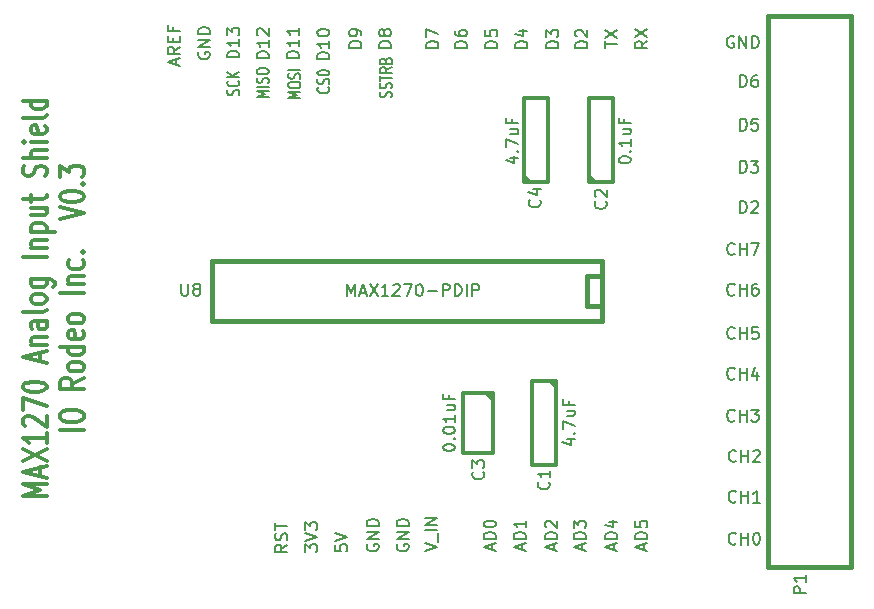
<source format=gto>
G04 (created by PCBNEW (2013-jul-07)-stable) date Thu 21 Dec 2017 03:26:52 PM PST*
%MOIN*%
G04 Gerber Fmt 3.4, Leading zero omitted, Abs format*
%FSLAX34Y34*%
G01*
G70*
G90*
G04 APERTURE LIST*
%ADD10C,0.00590551*%
%ADD11C,0.006*%
%ADD12C,0.012*%
%ADD13C,0.015*%
%ADD14C,0.008*%
G04 APERTURE END LIST*
G54D10*
G54D11*
X61871Y-34045D02*
X61471Y-34045D01*
X61471Y-33949D01*
X61490Y-33892D01*
X61529Y-33854D01*
X61567Y-33835D01*
X61643Y-33816D01*
X61700Y-33816D01*
X61776Y-33835D01*
X61814Y-33854D01*
X61852Y-33892D01*
X61871Y-33949D01*
X61871Y-34045D01*
X61643Y-33588D02*
X61624Y-33626D01*
X61605Y-33645D01*
X61567Y-33664D01*
X61548Y-33664D01*
X61510Y-33645D01*
X61490Y-33626D01*
X61471Y-33588D01*
X61471Y-33511D01*
X61490Y-33473D01*
X61510Y-33454D01*
X61548Y-33435D01*
X61567Y-33435D01*
X61605Y-33454D01*
X61624Y-33473D01*
X61643Y-33511D01*
X61643Y-33588D01*
X61662Y-33626D01*
X61681Y-33645D01*
X61719Y-33664D01*
X61795Y-33664D01*
X61833Y-33645D01*
X61852Y-33626D01*
X61871Y-33588D01*
X61871Y-33511D01*
X61852Y-33473D01*
X61833Y-33454D01*
X61795Y-33435D01*
X61719Y-33435D01*
X61681Y-33454D01*
X61662Y-33473D01*
X61643Y-33511D01*
X60881Y-34045D02*
X60481Y-34045D01*
X60481Y-33949D01*
X60500Y-33892D01*
X60539Y-33854D01*
X60577Y-33835D01*
X60653Y-33816D01*
X60710Y-33816D01*
X60786Y-33835D01*
X60824Y-33854D01*
X60862Y-33892D01*
X60881Y-33949D01*
X60881Y-34045D01*
X60881Y-33626D02*
X60881Y-33549D01*
X60862Y-33511D01*
X60843Y-33492D01*
X60786Y-33454D01*
X60710Y-33435D01*
X60558Y-33435D01*
X60520Y-33454D01*
X60500Y-33473D01*
X60481Y-33511D01*
X60481Y-33588D01*
X60500Y-33626D01*
X60520Y-33645D01*
X60558Y-33664D01*
X60653Y-33664D01*
X60691Y-33645D01*
X60710Y-33626D01*
X60729Y-33588D01*
X60729Y-33511D01*
X60710Y-33473D01*
X60691Y-33454D01*
X60653Y-33435D01*
X59811Y-34425D02*
X59411Y-34425D01*
X59411Y-34330D01*
X59430Y-34273D01*
X59469Y-34235D01*
X59507Y-34216D01*
X59583Y-34197D01*
X59640Y-34197D01*
X59716Y-34216D01*
X59754Y-34235D01*
X59792Y-34273D01*
X59811Y-34330D01*
X59811Y-34425D01*
X59811Y-33816D02*
X59811Y-34044D01*
X59811Y-33930D02*
X59411Y-33930D01*
X59469Y-33968D01*
X59507Y-34006D01*
X59526Y-34044D01*
X59411Y-33568D02*
X59411Y-33530D01*
X59430Y-33492D01*
X59450Y-33473D01*
X59488Y-33454D01*
X59564Y-33435D01*
X59659Y-33435D01*
X59735Y-33454D01*
X59773Y-33473D01*
X59792Y-33492D01*
X59811Y-33530D01*
X59811Y-33568D01*
X59792Y-33606D01*
X59773Y-33625D01*
X59735Y-33644D01*
X59659Y-33663D01*
X59564Y-33663D01*
X59488Y-33644D01*
X59450Y-33625D01*
X59430Y-33606D01*
X59411Y-33568D01*
X58801Y-34385D02*
X58401Y-34385D01*
X58401Y-34290D01*
X58420Y-34233D01*
X58459Y-34195D01*
X58497Y-34176D01*
X58573Y-34157D01*
X58630Y-34157D01*
X58706Y-34176D01*
X58744Y-34195D01*
X58782Y-34233D01*
X58801Y-34290D01*
X58801Y-34385D01*
X58801Y-33776D02*
X58801Y-34004D01*
X58801Y-33890D02*
X58401Y-33890D01*
X58459Y-33928D01*
X58497Y-33966D01*
X58516Y-34004D01*
X58801Y-33395D02*
X58801Y-33623D01*
X58801Y-33509D02*
X58401Y-33509D01*
X58459Y-33547D01*
X58497Y-33585D01*
X58516Y-33623D01*
X57801Y-34395D02*
X57401Y-34395D01*
X57401Y-34300D01*
X57420Y-34243D01*
X57459Y-34205D01*
X57497Y-34186D01*
X57573Y-34167D01*
X57630Y-34167D01*
X57706Y-34186D01*
X57744Y-34205D01*
X57782Y-34243D01*
X57801Y-34300D01*
X57801Y-34395D01*
X57801Y-33786D02*
X57801Y-34014D01*
X57801Y-33900D02*
X57401Y-33900D01*
X57459Y-33938D01*
X57497Y-33976D01*
X57516Y-34014D01*
X57440Y-33633D02*
X57420Y-33614D01*
X57401Y-33576D01*
X57401Y-33481D01*
X57420Y-33443D01*
X57440Y-33424D01*
X57478Y-33405D01*
X57516Y-33405D01*
X57573Y-33424D01*
X57801Y-33652D01*
X57801Y-33405D01*
X56811Y-34375D02*
X56411Y-34375D01*
X56411Y-34280D01*
X56430Y-34223D01*
X56469Y-34185D01*
X56507Y-34166D01*
X56583Y-34147D01*
X56640Y-34147D01*
X56716Y-34166D01*
X56754Y-34185D01*
X56792Y-34223D01*
X56811Y-34280D01*
X56811Y-34375D01*
X56811Y-33766D02*
X56811Y-33994D01*
X56811Y-33880D02*
X56411Y-33880D01*
X56469Y-33918D01*
X56507Y-33956D01*
X56526Y-33994D01*
X56411Y-33632D02*
X56411Y-33385D01*
X56564Y-33518D01*
X56564Y-33461D01*
X56583Y-33423D01*
X56602Y-33404D01*
X56640Y-33385D01*
X56735Y-33385D01*
X56773Y-33404D01*
X56792Y-33423D01*
X56811Y-33461D01*
X56811Y-33575D01*
X56792Y-33613D01*
X56773Y-33632D01*
X70421Y-33826D02*
X70231Y-33959D01*
X70421Y-34055D02*
X70021Y-34055D01*
X70021Y-33902D01*
X70040Y-33864D01*
X70060Y-33845D01*
X70098Y-33826D01*
X70155Y-33826D01*
X70193Y-33845D01*
X70212Y-33864D01*
X70231Y-33902D01*
X70231Y-34055D01*
X70021Y-33693D02*
X70421Y-33426D01*
X70021Y-33426D02*
X70421Y-33693D01*
X69021Y-34054D02*
X69021Y-33826D01*
X69421Y-33940D02*
X69021Y-33940D01*
X69021Y-33730D02*
X69421Y-33464D01*
X69021Y-33464D02*
X69421Y-33730D01*
X66421Y-34055D02*
X66021Y-34055D01*
X66021Y-33959D01*
X66040Y-33902D01*
X66079Y-33864D01*
X66117Y-33845D01*
X66193Y-33826D01*
X66250Y-33826D01*
X66326Y-33845D01*
X66364Y-33864D01*
X66402Y-33902D01*
X66421Y-33959D01*
X66421Y-34055D01*
X66155Y-33483D02*
X66421Y-33483D01*
X66002Y-33579D02*
X66288Y-33674D01*
X66288Y-33426D01*
X63451Y-34055D02*
X63051Y-34055D01*
X63051Y-33959D01*
X63070Y-33902D01*
X63109Y-33864D01*
X63147Y-33845D01*
X63223Y-33826D01*
X63280Y-33826D01*
X63356Y-33845D01*
X63394Y-33864D01*
X63432Y-33902D01*
X63451Y-33959D01*
X63451Y-34055D01*
X63051Y-33693D02*
X63051Y-33426D01*
X63451Y-33598D01*
G54D12*
X50393Y-48985D02*
X49593Y-48985D01*
X50165Y-48785D01*
X49593Y-48585D01*
X50393Y-48585D01*
X50165Y-48328D02*
X50165Y-48042D01*
X50393Y-48385D02*
X49593Y-48185D01*
X50393Y-47985D01*
X49593Y-47842D02*
X50393Y-47442D01*
X49593Y-47442D02*
X50393Y-47842D01*
X50393Y-46900D02*
X50393Y-47242D01*
X50393Y-47071D02*
X49593Y-47071D01*
X49708Y-47128D01*
X49784Y-47185D01*
X49822Y-47242D01*
X49670Y-46671D02*
X49631Y-46642D01*
X49593Y-46585D01*
X49593Y-46442D01*
X49631Y-46385D01*
X49670Y-46357D01*
X49746Y-46328D01*
X49822Y-46328D01*
X49936Y-46357D01*
X50393Y-46700D01*
X50393Y-46328D01*
X49593Y-46128D02*
X49593Y-45728D01*
X50393Y-45985D01*
X49593Y-45385D02*
X49593Y-45328D01*
X49631Y-45271D01*
X49670Y-45242D01*
X49746Y-45214D01*
X49898Y-45185D01*
X50089Y-45185D01*
X50241Y-45214D01*
X50317Y-45242D01*
X50355Y-45271D01*
X50393Y-45328D01*
X50393Y-45385D01*
X50355Y-45442D01*
X50317Y-45471D01*
X50241Y-45499D01*
X50089Y-45528D01*
X49898Y-45528D01*
X49746Y-45499D01*
X49670Y-45471D01*
X49631Y-45442D01*
X49593Y-45385D01*
X50165Y-44499D02*
X50165Y-44214D01*
X50393Y-44557D02*
X49593Y-44357D01*
X50393Y-44157D01*
X49860Y-43957D02*
X50393Y-43957D01*
X49936Y-43957D02*
X49898Y-43928D01*
X49860Y-43871D01*
X49860Y-43785D01*
X49898Y-43728D01*
X49974Y-43699D01*
X50393Y-43699D01*
X50393Y-43157D02*
X49974Y-43157D01*
X49898Y-43185D01*
X49860Y-43242D01*
X49860Y-43357D01*
X49898Y-43414D01*
X50355Y-43157D02*
X50393Y-43214D01*
X50393Y-43357D01*
X50355Y-43414D01*
X50279Y-43442D01*
X50203Y-43442D01*
X50127Y-43414D01*
X50089Y-43357D01*
X50089Y-43214D01*
X50050Y-43157D01*
X50393Y-42785D02*
X50355Y-42842D01*
X50279Y-42871D01*
X49593Y-42871D01*
X50393Y-42471D02*
X50355Y-42528D01*
X50317Y-42557D01*
X50241Y-42585D01*
X50012Y-42585D01*
X49936Y-42557D01*
X49898Y-42528D01*
X49860Y-42471D01*
X49860Y-42385D01*
X49898Y-42328D01*
X49936Y-42299D01*
X50012Y-42271D01*
X50241Y-42271D01*
X50317Y-42299D01*
X50355Y-42328D01*
X50393Y-42385D01*
X50393Y-42471D01*
X49860Y-41757D02*
X50508Y-41757D01*
X50584Y-41785D01*
X50622Y-41814D01*
X50660Y-41871D01*
X50660Y-41957D01*
X50622Y-42014D01*
X50355Y-41757D02*
X50393Y-41814D01*
X50393Y-41928D01*
X50355Y-41985D01*
X50317Y-42014D01*
X50241Y-42042D01*
X50012Y-42042D01*
X49936Y-42014D01*
X49898Y-41985D01*
X49860Y-41928D01*
X49860Y-41814D01*
X49898Y-41757D01*
X50393Y-41014D02*
X49593Y-41014D01*
X49860Y-40728D02*
X50393Y-40728D01*
X49936Y-40728D02*
X49898Y-40699D01*
X49860Y-40642D01*
X49860Y-40557D01*
X49898Y-40499D01*
X49974Y-40471D01*
X50393Y-40471D01*
X49860Y-40185D02*
X50660Y-40185D01*
X49898Y-40185D02*
X49860Y-40128D01*
X49860Y-40014D01*
X49898Y-39957D01*
X49936Y-39928D01*
X50012Y-39899D01*
X50241Y-39899D01*
X50317Y-39928D01*
X50355Y-39957D01*
X50393Y-40014D01*
X50393Y-40128D01*
X50355Y-40185D01*
X49860Y-39385D02*
X50393Y-39385D01*
X49860Y-39642D02*
X50279Y-39642D01*
X50355Y-39614D01*
X50393Y-39557D01*
X50393Y-39471D01*
X50355Y-39414D01*
X50317Y-39385D01*
X49860Y-39185D02*
X49860Y-38957D01*
X49593Y-39099D02*
X50279Y-39099D01*
X50355Y-39071D01*
X50393Y-39014D01*
X50393Y-38957D01*
X50355Y-38328D02*
X50393Y-38242D01*
X50393Y-38099D01*
X50355Y-38042D01*
X50317Y-38014D01*
X50241Y-37985D01*
X50165Y-37985D01*
X50089Y-38014D01*
X50050Y-38042D01*
X50012Y-38099D01*
X49974Y-38214D01*
X49936Y-38271D01*
X49898Y-38299D01*
X49822Y-38328D01*
X49746Y-38328D01*
X49670Y-38299D01*
X49631Y-38271D01*
X49593Y-38214D01*
X49593Y-38071D01*
X49631Y-37985D01*
X50393Y-37728D02*
X49593Y-37728D01*
X50393Y-37471D02*
X49974Y-37471D01*
X49898Y-37499D01*
X49860Y-37557D01*
X49860Y-37642D01*
X49898Y-37699D01*
X49936Y-37728D01*
X50393Y-37185D02*
X49860Y-37185D01*
X49593Y-37185D02*
X49631Y-37214D01*
X49670Y-37185D01*
X49631Y-37157D01*
X49593Y-37185D01*
X49670Y-37185D01*
X50355Y-36671D02*
X50393Y-36728D01*
X50393Y-36842D01*
X50355Y-36899D01*
X50279Y-36928D01*
X49974Y-36928D01*
X49898Y-36899D01*
X49860Y-36842D01*
X49860Y-36728D01*
X49898Y-36671D01*
X49974Y-36642D01*
X50050Y-36642D01*
X50127Y-36928D01*
X50393Y-36299D02*
X50355Y-36357D01*
X50279Y-36385D01*
X49593Y-36385D01*
X50393Y-35814D02*
X49593Y-35814D01*
X50355Y-35814D02*
X50393Y-35871D01*
X50393Y-35985D01*
X50355Y-36042D01*
X50317Y-36071D01*
X50241Y-36099D01*
X50012Y-36099D01*
X49936Y-36071D01*
X49898Y-36042D01*
X49860Y-35985D01*
X49860Y-35871D01*
X49898Y-35814D01*
X51633Y-46785D02*
X50833Y-46785D01*
X50833Y-46385D02*
X50833Y-46271D01*
X50871Y-46214D01*
X50948Y-46157D01*
X51100Y-46128D01*
X51367Y-46128D01*
X51519Y-46157D01*
X51595Y-46214D01*
X51633Y-46271D01*
X51633Y-46385D01*
X51595Y-46442D01*
X51519Y-46500D01*
X51367Y-46528D01*
X51100Y-46528D01*
X50948Y-46500D01*
X50871Y-46442D01*
X50833Y-46385D01*
X51633Y-45071D02*
X51252Y-45271D01*
X51633Y-45414D02*
X50833Y-45414D01*
X50833Y-45185D01*
X50871Y-45128D01*
X50910Y-45100D01*
X50986Y-45071D01*
X51100Y-45071D01*
X51176Y-45100D01*
X51214Y-45128D01*
X51252Y-45185D01*
X51252Y-45414D01*
X51633Y-44728D02*
X51595Y-44785D01*
X51557Y-44814D01*
X51481Y-44842D01*
X51252Y-44842D01*
X51176Y-44814D01*
X51138Y-44785D01*
X51100Y-44728D01*
X51100Y-44642D01*
X51138Y-44585D01*
X51176Y-44557D01*
X51252Y-44528D01*
X51481Y-44528D01*
X51557Y-44557D01*
X51595Y-44585D01*
X51633Y-44642D01*
X51633Y-44728D01*
X51633Y-44014D02*
X50833Y-44014D01*
X51595Y-44014D02*
X51633Y-44071D01*
X51633Y-44185D01*
X51595Y-44242D01*
X51557Y-44271D01*
X51481Y-44300D01*
X51252Y-44300D01*
X51176Y-44271D01*
X51138Y-44242D01*
X51100Y-44185D01*
X51100Y-44071D01*
X51138Y-44014D01*
X51595Y-43500D02*
X51633Y-43557D01*
X51633Y-43671D01*
X51595Y-43728D01*
X51519Y-43757D01*
X51214Y-43757D01*
X51138Y-43728D01*
X51100Y-43671D01*
X51100Y-43557D01*
X51138Y-43500D01*
X51214Y-43471D01*
X51290Y-43471D01*
X51367Y-43757D01*
X51633Y-43128D02*
X51595Y-43185D01*
X51557Y-43214D01*
X51481Y-43242D01*
X51252Y-43242D01*
X51176Y-43214D01*
X51138Y-43185D01*
X51100Y-43128D01*
X51100Y-43042D01*
X51138Y-42985D01*
X51176Y-42957D01*
X51252Y-42928D01*
X51481Y-42928D01*
X51557Y-42957D01*
X51595Y-42985D01*
X51633Y-43042D01*
X51633Y-43128D01*
X51633Y-42214D02*
X50833Y-42214D01*
X51100Y-41928D02*
X51633Y-41928D01*
X51176Y-41928D02*
X51138Y-41900D01*
X51100Y-41842D01*
X51100Y-41757D01*
X51138Y-41700D01*
X51214Y-41671D01*
X51633Y-41671D01*
X51595Y-41128D02*
X51633Y-41185D01*
X51633Y-41300D01*
X51595Y-41357D01*
X51557Y-41385D01*
X51481Y-41414D01*
X51252Y-41414D01*
X51176Y-41385D01*
X51138Y-41357D01*
X51100Y-41300D01*
X51100Y-41185D01*
X51138Y-41128D01*
X51557Y-40871D02*
X51595Y-40842D01*
X51633Y-40871D01*
X51595Y-40900D01*
X51557Y-40871D01*
X51633Y-40871D01*
X50833Y-39757D02*
X51633Y-39557D01*
X50833Y-39357D01*
X50833Y-39042D02*
X50833Y-38985D01*
X50871Y-38928D01*
X50910Y-38900D01*
X50986Y-38871D01*
X51138Y-38842D01*
X51329Y-38842D01*
X51481Y-38871D01*
X51557Y-38900D01*
X51595Y-38928D01*
X51633Y-38985D01*
X51633Y-39042D01*
X51595Y-39100D01*
X51557Y-39128D01*
X51481Y-39157D01*
X51329Y-39185D01*
X51138Y-39185D01*
X50986Y-39157D01*
X50910Y-39128D01*
X50871Y-39100D01*
X50833Y-39042D01*
X51557Y-38585D02*
X51595Y-38557D01*
X51633Y-38585D01*
X51595Y-38614D01*
X51557Y-38585D01*
X51633Y-38585D01*
X50833Y-38357D02*
X50833Y-37985D01*
X51138Y-38185D01*
X51138Y-38100D01*
X51176Y-38042D01*
X51214Y-38014D01*
X51290Y-37985D01*
X51481Y-37985D01*
X51557Y-38014D01*
X51595Y-38042D01*
X51633Y-38100D01*
X51633Y-38271D01*
X51595Y-38328D01*
X51557Y-38357D01*
G54D11*
X70297Y-50785D02*
X70297Y-50595D01*
X70411Y-50823D02*
X70011Y-50690D01*
X70411Y-50557D01*
X70411Y-50423D02*
X70011Y-50423D01*
X70011Y-50328D01*
X70030Y-50271D01*
X70069Y-50233D01*
X70107Y-50214D01*
X70183Y-50195D01*
X70240Y-50195D01*
X70316Y-50214D01*
X70354Y-50233D01*
X70392Y-50271D01*
X70411Y-50328D01*
X70411Y-50423D01*
X70011Y-49833D02*
X70011Y-50023D01*
X70202Y-50042D01*
X70183Y-50023D01*
X70164Y-49985D01*
X70164Y-49890D01*
X70183Y-49852D01*
X70202Y-49833D01*
X70240Y-49814D01*
X70335Y-49814D01*
X70373Y-49833D01*
X70392Y-49852D01*
X70411Y-49890D01*
X70411Y-49985D01*
X70392Y-50023D01*
X70373Y-50042D01*
X69297Y-50785D02*
X69297Y-50595D01*
X69411Y-50823D02*
X69011Y-50690D01*
X69411Y-50557D01*
X69411Y-50423D02*
X69011Y-50423D01*
X69011Y-50328D01*
X69030Y-50271D01*
X69069Y-50233D01*
X69107Y-50214D01*
X69183Y-50195D01*
X69240Y-50195D01*
X69316Y-50214D01*
X69354Y-50233D01*
X69392Y-50271D01*
X69411Y-50328D01*
X69411Y-50423D01*
X69145Y-49852D02*
X69411Y-49852D01*
X68992Y-49947D02*
X69278Y-50042D01*
X69278Y-49795D01*
X68247Y-50785D02*
X68247Y-50595D01*
X68361Y-50823D02*
X67961Y-50690D01*
X68361Y-50557D01*
X68361Y-50423D02*
X67961Y-50423D01*
X67961Y-50328D01*
X67980Y-50271D01*
X68019Y-50233D01*
X68057Y-50214D01*
X68133Y-50195D01*
X68190Y-50195D01*
X68266Y-50214D01*
X68304Y-50233D01*
X68342Y-50271D01*
X68361Y-50328D01*
X68361Y-50423D01*
X67961Y-50061D02*
X67961Y-49814D01*
X68114Y-49947D01*
X68114Y-49890D01*
X68133Y-49852D01*
X68152Y-49833D01*
X68190Y-49814D01*
X68285Y-49814D01*
X68323Y-49833D01*
X68342Y-49852D01*
X68361Y-49890D01*
X68361Y-50004D01*
X68342Y-50042D01*
X68323Y-50061D01*
X67297Y-50785D02*
X67297Y-50595D01*
X67411Y-50823D02*
X67011Y-50690D01*
X67411Y-50557D01*
X67411Y-50423D02*
X67011Y-50423D01*
X67011Y-50328D01*
X67030Y-50271D01*
X67069Y-50233D01*
X67107Y-50214D01*
X67183Y-50195D01*
X67240Y-50195D01*
X67316Y-50214D01*
X67354Y-50233D01*
X67392Y-50271D01*
X67411Y-50328D01*
X67411Y-50423D01*
X67050Y-50042D02*
X67030Y-50023D01*
X67011Y-49985D01*
X67011Y-49890D01*
X67030Y-49852D01*
X67050Y-49833D01*
X67088Y-49814D01*
X67126Y-49814D01*
X67183Y-49833D01*
X67411Y-50061D01*
X67411Y-49814D01*
X66247Y-50785D02*
X66247Y-50595D01*
X66361Y-50823D02*
X65961Y-50690D01*
X66361Y-50557D01*
X66361Y-50423D02*
X65961Y-50423D01*
X65961Y-50328D01*
X65980Y-50271D01*
X66019Y-50233D01*
X66057Y-50214D01*
X66133Y-50195D01*
X66190Y-50195D01*
X66266Y-50214D01*
X66304Y-50233D01*
X66342Y-50271D01*
X66361Y-50328D01*
X66361Y-50423D01*
X66361Y-49814D02*
X66361Y-50042D01*
X66361Y-49928D02*
X65961Y-49928D01*
X66019Y-49966D01*
X66057Y-50004D01*
X66076Y-50042D01*
X65247Y-50785D02*
X65247Y-50595D01*
X65361Y-50823D02*
X64961Y-50690D01*
X65361Y-50557D01*
X65361Y-50423D02*
X64961Y-50423D01*
X64961Y-50328D01*
X64980Y-50271D01*
X65019Y-50233D01*
X65057Y-50214D01*
X65133Y-50195D01*
X65190Y-50195D01*
X65266Y-50214D01*
X65304Y-50233D01*
X65342Y-50271D01*
X65361Y-50328D01*
X65361Y-50423D01*
X64961Y-49947D02*
X64961Y-49909D01*
X64980Y-49871D01*
X65000Y-49852D01*
X65038Y-49833D01*
X65114Y-49814D01*
X65209Y-49814D01*
X65285Y-49833D01*
X65323Y-49852D01*
X65342Y-49871D01*
X65361Y-49909D01*
X65361Y-49947D01*
X65342Y-49985D01*
X65323Y-50004D01*
X65285Y-50023D01*
X65209Y-50042D01*
X65114Y-50042D01*
X65038Y-50023D01*
X65000Y-50004D01*
X64980Y-49985D01*
X64961Y-49947D01*
X63011Y-50840D02*
X63411Y-50707D01*
X63011Y-50573D01*
X63450Y-50535D02*
X63450Y-50230D01*
X63411Y-50135D02*
X63011Y-50135D01*
X63411Y-49945D02*
X63011Y-49945D01*
X63411Y-49716D01*
X63011Y-49716D01*
X62080Y-50604D02*
X62061Y-50642D01*
X62061Y-50700D01*
X62080Y-50757D01*
X62119Y-50795D01*
X62157Y-50814D01*
X62233Y-50833D01*
X62290Y-50833D01*
X62366Y-50814D01*
X62404Y-50795D01*
X62442Y-50757D01*
X62461Y-50700D01*
X62461Y-50661D01*
X62442Y-50604D01*
X62423Y-50585D01*
X62290Y-50585D01*
X62290Y-50661D01*
X62461Y-50414D02*
X62061Y-50414D01*
X62461Y-50185D01*
X62061Y-50185D01*
X62461Y-49995D02*
X62061Y-49995D01*
X62061Y-49899D01*
X62080Y-49842D01*
X62119Y-49804D01*
X62157Y-49785D01*
X62233Y-49766D01*
X62290Y-49766D01*
X62366Y-49785D01*
X62404Y-49804D01*
X62442Y-49842D01*
X62461Y-49899D01*
X62461Y-49995D01*
X61080Y-50604D02*
X61061Y-50642D01*
X61061Y-50700D01*
X61080Y-50757D01*
X61119Y-50795D01*
X61157Y-50814D01*
X61233Y-50833D01*
X61290Y-50833D01*
X61366Y-50814D01*
X61404Y-50795D01*
X61442Y-50757D01*
X61461Y-50700D01*
X61461Y-50661D01*
X61442Y-50604D01*
X61423Y-50585D01*
X61290Y-50585D01*
X61290Y-50661D01*
X61461Y-50414D02*
X61061Y-50414D01*
X61461Y-50185D01*
X61061Y-50185D01*
X61461Y-49995D02*
X61061Y-49995D01*
X61061Y-49899D01*
X61080Y-49842D01*
X61119Y-49804D01*
X61157Y-49785D01*
X61233Y-49766D01*
X61290Y-49766D01*
X61366Y-49785D01*
X61404Y-49804D01*
X61442Y-49842D01*
X61461Y-49899D01*
X61461Y-49995D01*
X60011Y-50626D02*
X60011Y-50816D01*
X60202Y-50835D01*
X60183Y-50816D01*
X60164Y-50778D01*
X60164Y-50683D01*
X60183Y-50645D01*
X60202Y-50626D01*
X60240Y-50607D01*
X60335Y-50607D01*
X60373Y-50626D01*
X60392Y-50645D01*
X60411Y-50683D01*
X60411Y-50778D01*
X60392Y-50816D01*
X60373Y-50835D01*
X60011Y-50492D02*
X60411Y-50359D01*
X60011Y-50226D01*
X59011Y-50845D02*
X59011Y-50597D01*
X59164Y-50730D01*
X59164Y-50673D01*
X59183Y-50635D01*
X59202Y-50616D01*
X59240Y-50597D01*
X59335Y-50597D01*
X59373Y-50616D01*
X59392Y-50635D01*
X59411Y-50673D01*
X59411Y-50788D01*
X59392Y-50826D01*
X59373Y-50845D01*
X59011Y-50483D02*
X59411Y-50349D01*
X59011Y-50216D01*
X59011Y-50121D02*
X59011Y-49873D01*
X59164Y-50007D01*
X59164Y-49950D01*
X59183Y-49911D01*
X59202Y-49892D01*
X59240Y-49873D01*
X59335Y-49873D01*
X59373Y-49892D01*
X59392Y-49911D01*
X59411Y-49950D01*
X59411Y-50064D01*
X59392Y-50102D01*
X59373Y-50121D01*
X58411Y-50619D02*
X58221Y-50752D01*
X58411Y-50847D02*
X58011Y-50847D01*
X58011Y-50695D01*
X58030Y-50657D01*
X58050Y-50638D01*
X58088Y-50619D01*
X58145Y-50619D01*
X58183Y-50638D01*
X58202Y-50657D01*
X58221Y-50695D01*
X58221Y-50847D01*
X58392Y-50466D02*
X58411Y-50409D01*
X58411Y-50314D01*
X58392Y-50276D01*
X58373Y-50257D01*
X58335Y-50238D01*
X58297Y-50238D01*
X58259Y-50257D01*
X58240Y-50276D01*
X58221Y-50314D01*
X58202Y-50390D01*
X58183Y-50428D01*
X58164Y-50447D01*
X58126Y-50466D01*
X58088Y-50466D01*
X58050Y-50447D01*
X58030Y-50428D01*
X58011Y-50390D01*
X58011Y-50295D01*
X58030Y-50238D01*
X58011Y-50123D02*
X58011Y-49895D01*
X58411Y-50009D02*
X58011Y-50009D01*
X54717Y-34607D02*
X54717Y-34417D01*
X54831Y-34645D02*
X54431Y-34512D01*
X54831Y-34379D01*
X54831Y-34017D02*
X54641Y-34150D01*
X54831Y-34245D02*
X54431Y-34245D01*
X54431Y-34093D01*
X54450Y-34055D01*
X54470Y-34036D01*
X54508Y-34017D01*
X54565Y-34017D01*
X54603Y-34036D01*
X54622Y-34055D01*
X54641Y-34093D01*
X54641Y-34245D01*
X54622Y-33845D02*
X54622Y-33712D01*
X54831Y-33655D02*
X54831Y-33845D01*
X54431Y-33845D01*
X54431Y-33655D01*
X54622Y-33350D02*
X54622Y-33483D01*
X54831Y-33483D02*
X54431Y-33483D01*
X54431Y-33293D01*
X55460Y-34204D02*
X55441Y-34242D01*
X55441Y-34300D01*
X55460Y-34357D01*
X55499Y-34395D01*
X55537Y-34414D01*
X55613Y-34433D01*
X55670Y-34433D01*
X55746Y-34414D01*
X55784Y-34395D01*
X55822Y-34357D01*
X55841Y-34300D01*
X55841Y-34261D01*
X55822Y-34204D01*
X55803Y-34185D01*
X55670Y-34185D01*
X55670Y-34261D01*
X55841Y-34014D02*
X55441Y-34014D01*
X55841Y-33785D01*
X55441Y-33785D01*
X55841Y-33595D02*
X55441Y-33595D01*
X55441Y-33499D01*
X55460Y-33442D01*
X55499Y-33404D01*
X55537Y-33385D01*
X55613Y-33366D01*
X55670Y-33366D01*
X55746Y-33385D01*
X55784Y-33404D01*
X55822Y-33442D01*
X55841Y-33499D01*
X55841Y-33595D01*
X56792Y-35625D02*
X56811Y-35582D01*
X56811Y-35511D01*
X56792Y-35482D01*
X56773Y-35468D01*
X56735Y-35454D01*
X56697Y-35454D01*
X56659Y-35468D01*
X56640Y-35482D01*
X56621Y-35511D01*
X56602Y-35568D01*
X56583Y-35597D01*
X56564Y-35611D01*
X56526Y-35625D01*
X56488Y-35625D01*
X56450Y-35611D01*
X56430Y-35597D01*
X56411Y-35568D01*
X56411Y-35497D01*
X56430Y-35454D01*
X56773Y-35154D02*
X56792Y-35168D01*
X56811Y-35211D01*
X56811Y-35240D01*
X56792Y-35282D01*
X56754Y-35311D01*
X56716Y-35325D01*
X56640Y-35340D01*
X56583Y-35340D01*
X56507Y-35325D01*
X56469Y-35311D01*
X56430Y-35282D01*
X56411Y-35240D01*
X56411Y-35211D01*
X56430Y-35168D01*
X56450Y-35154D01*
X56811Y-35025D02*
X56411Y-35025D01*
X56811Y-34854D02*
X56583Y-34982D01*
X56411Y-34854D02*
X56640Y-35025D01*
X57791Y-35691D02*
X57391Y-35691D01*
X57677Y-35591D01*
X57391Y-35491D01*
X57791Y-35491D01*
X57791Y-35348D02*
X57391Y-35348D01*
X57772Y-35220D02*
X57791Y-35177D01*
X57791Y-35105D01*
X57772Y-35077D01*
X57753Y-35062D01*
X57715Y-35048D01*
X57677Y-35048D01*
X57639Y-35062D01*
X57620Y-35077D01*
X57601Y-35105D01*
X57582Y-35162D01*
X57563Y-35191D01*
X57544Y-35205D01*
X57506Y-35220D01*
X57468Y-35220D01*
X57430Y-35205D01*
X57410Y-35191D01*
X57391Y-35162D01*
X57391Y-35091D01*
X57410Y-35048D01*
X57391Y-34862D02*
X57391Y-34805D01*
X57410Y-34777D01*
X57449Y-34748D01*
X57525Y-34734D01*
X57658Y-34734D01*
X57734Y-34748D01*
X57772Y-34777D01*
X57791Y-34805D01*
X57791Y-34862D01*
X57772Y-34891D01*
X57734Y-34920D01*
X57658Y-34934D01*
X57525Y-34934D01*
X57449Y-34920D01*
X57410Y-34891D01*
X57391Y-34862D01*
X58851Y-35721D02*
X58451Y-35721D01*
X58737Y-35621D01*
X58451Y-35521D01*
X58851Y-35521D01*
X58451Y-35321D02*
X58451Y-35264D01*
X58470Y-35235D01*
X58509Y-35207D01*
X58585Y-35192D01*
X58718Y-35192D01*
X58794Y-35207D01*
X58832Y-35235D01*
X58851Y-35264D01*
X58851Y-35321D01*
X58832Y-35350D01*
X58794Y-35378D01*
X58718Y-35392D01*
X58585Y-35392D01*
X58509Y-35378D01*
X58470Y-35350D01*
X58451Y-35321D01*
X58832Y-35078D02*
X58851Y-35035D01*
X58851Y-34964D01*
X58832Y-34935D01*
X58813Y-34921D01*
X58775Y-34907D01*
X58737Y-34907D01*
X58699Y-34921D01*
X58680Y-34935D01*
X58661Y-34964D01*
X58642Y-35021D01*
X58623Y-35050D01*
X58604Y-35064D01*
X58566Y-35078D01*
X58528Y-35078D01*
X58490Y-35064D01*
X58470Y-35050D01*
X58451Y-35021D01*
X58451Y-34950D01*
X58470Y-34907D01*
X58851Y-34778D02*
X58451Y-34778D01*
X59783Y-35372D02*
X59802Y-35387D01*
X59821Y-35430D01*
X59821Y-35458D01*
X59802Y-35501D01*
X59764Y-35530D01*
X59726Y-35544D01*
X59650Y-35558D01*
X59593Y-35558D01*
X59517Y-35544D01*
X59479Y-35530D01*
X59440Y-35501D01*
X59421Y-35458D01*
X59421Y-35430D01*
X59440Y-35387D01*
X59460Y-35372D01*
X59802Y-35258D02*
X59821Y-35215D01*
X59821Y-35144D01*
X59802Y-35115D01*
X59783Y-35101D01*
X59745Y-35087D01*
X59707Y-35087D01*
X59669Y-35101D01*
X59650Y-35115D01*
X59631Y-35144D01*
X59612Y-35201D01*
X59593Y-35230D01*
X59574Y-35244D01*
X59536Y-35258D01*
X59498Y-35258D01*
X59460Y-35244D01*
X59440Y-35230D01*
X59421Y-35201D01*
X59421Y-35130D01*
X59440Y-35087D01*
X59421Y-34901D02*
X59421Y-34872D01*
X59440Y-34844D01*
X59460Y-34830D01*
X59498Y-34815D01*
X59574Y-34801D01*
X59669Y-34801D01*
X59745Y-34815D01*
X59783Y-34830D01*
X59802Y-34844D01*
X59821Y-34872D01*
X59821Y-34901D01*
X59802Y-34930D01*
X59783Y-34944D01*
X59745Y-34958D01*
X59669Y-34972D01*
X59574Y-34972D01*
X59498Y-34958D01*
X59460Y-34944D01*
X59440Y-34930D01*
X59421Y-34901D01*
X61882Y-35692D02*
X61901Y-35649D01*
X61901Y-35578D01*
X61882Y-35549D01*
X61863Y-35535D01*
X61825Y-35521D01*
X61787Y-35521D01*
X61749Y-35535D01*
X61730Y-35549D01*
X61711Y-35578D01*
X61692Y-35635D01*
X61673Y-35664D01*
X61654Y-35678D01*
X61616Y-35692D01*
X61578Y-35692D01*
X61540Y-35678D01*
X61520Y-35664D01*
X61501Y-35635D01*
X61501Y-35564D01*
X61520Y-35521D01*
X61882Y-35407D02*
X61901Y-35364D01*
X61901Y-35292D01*
X61882Y-35264D01*
X61863Y-35249D01*
X61825Y-35235D01*
X61787Y-35235D01*
X61749Y-35249D01*
X61730Y-35264D01*
X61711Y-35292D01*
X61692Y-35349D01*
X61673Y-35378D01*
X61654Y-35392D01*
X61616Y-35407D01*
X61578Y-35407D01*
X61540Y-35392D01*
X61520Y-35378D01*
X61501Y-35349D01*
X61501Y-35278D01*
X61520Y-35235D01*
X61501Y-35150D02*
X61501Y-34978D01*
X61901Y-35064D02*
X61501Y-35064D01*
X61901Y-34707D02*
X61711Y-34807D01*
X61901Y-34878D02*
X61501Y-34878D01*
X61501Y-34764D01*
X61520Y-34735D01*
X61540Y-34721D01*
X61578Y-34707D01*
X61635Y-34707D01*
X61673Y-34721D01*
X61692Y-34735D01*
X61711Y-34764D01*
X61711Y-34878D01*
X61692Y-34478D02*
X61711Y-34435D01*
X61730Y-34421D01*
X61768Y-34407D01*
X61825Y-34407D01*
X61863Y-34421D01*
X61882Y-34435D01*
X61901Y-34464D01*
X61901Y-34578D01*
X61501Y-34578D01*
X61501Y-34478D01*
X61520Y-34450D01*
X61540Y-34435D01*
X61578Y-34421D01*
X61616Y-34421D01*
X61654Y-34435D01*
X61673Y-34450D01*
X61692Y-34478D01*
X61692Y-34578D01*
X64401Y-34055D02*
X64001Y-34055D01*
X64001Y-33959D01*
X64020Y-33902D01*
X64059Y-33864D01*
X64097Y-33845D01*
X64173Y-33826D01*
X64230Y-33826D01*
X64306Y-33845D01*
X64344Y-33864D01*
X64382Y-33902D01*
X64401Y-33959D01*
X64401Y-34055D01*
X64001Y-33483D02*
X64001Y-33559D01*
X64020Y-33598D01*
X64040Y-33617D01*
X64097Y-33655D01*
X64173Y-33674D01*
X64325Y-33674D01*
X64363Y-33655D01*
X64382Y-33636D01*
X64401Y-33598D01*
X64401Y-33521D01*
X64382Y-33483D01*
X64363Y-33464D01*
X64325Y-33445D01*
X64230Y-33445D01*
X64192Y-33464D01*
X64173Y-33483D01*
X64154Y-33521D01*
X64154Y-33598D01*
X64173Y-33636D01*
X64192Y-33655D01*
X64230Y-33674D01*
X65411Y-34055D02*
X65011Y-34055D01*
X65011Y-33959D01*
X65030Y-33902D01*
X65069Y-33864D01*
X65107Y-33845D01*
X65183Y-33826D01*
X65240Y-33826D01*
X65316Y-33845D01*
X65354Y-33864D01*
X65392Y-33902D01*
X65411Y-33959D01*
X65411Y-34055D01*
X65011Y-33464D02*
X65011Y-33655D01*
X65202Y-33674D01*
X65183Y-33655D01*
X65164Y-33617D01*
X65164Y-33521D01*
X65183Y-33483D01*
X65202Y-33464D01*
X65240Y-33445D01*
X65335Y-33445D01*
X65373Y-33464D01*
X65392Y-33483D01*
X65411Y-33521D01*
X65411Y-33617D01*
X65392Y-33655D01*
X65373Y-33674D01*
X67451Y-34055D02*
X67051Y-34055D01*
X67051Y-33959D01*
X67070Y-33902D01*
X67109Y-33864D01*
X67147Y-33845D01*
X67223Y-33826D01*
X67280Y-33826D01*
X67356Y-33845D01*
X67394Y-33864D01*
X67432Y-33902D01*
X67451Y-33959D01*
X67451Y-34055D01*
X67051Y-33693D02*
X67051Y-33445D01*
X67204Y-33579D01*
X67204Y-33521D01*
X67223Y-33483D01*
X67242Y-33464D01*
X67280Y-33445D01*
X67375Y-33445D01*
X67413Y-33464D01*
X67432Y-33483D01*
X67451Y-33521D01*
X67451Y-33636D01*
X67432Y-33674D01*
X67413Y-33693D01*
X68421Y-34055D02*
X68021Y-34055D01*
X68021Y-33959D01*
X68040Y-33902D01*
X68079Y-33864D01*
X68117Y-33845D01*
X68193Y-33826D01*
X68250Y-33826D01*
X68326Y-33845D01*
X68364Y-33864D01*
X68402Y-33902D01*
X68421Y-33959D01*
X68421Y-34055D01*
X68060Y-33674D02*
X68040Y-33655D01*
X68021Y-33617D01*
X68021Y-33521D01*
X68040Y-33483D01*
X68060Y-33464D01*
X68098Y-33445D01*
X68136Y-33445D01*
X68193Y-33464D01*
X68421Y-33693D01*
X68421Y-33445D01*
X73295Y-33680D02*
X73257Y-33661D01*
X73200Y-33661D01*
X73142Y-33680D01*
X73104Y-33719D01*
X73085Y-33757D01*
X73066Y-33833D01*
X73066Y-33890D01*
X73085Y-33966D01*
X73104Y-34004D01*
X73142Y-34042D01*
X73200Y-34061D01*
X73238Y-34061D01*
X73295Y-34042D01*
X73314Y-34023D01*
X73314Y-33890D01*
X73238Y-33890D01*
X73485Y-34061D02*
X73485Y-33661D01*
X73714Y-34061D01*
X73714Y-33661D01*
X73904Y-34061D02*
X73904Y-33661D01*
X74000Y-33661D01*
X74057Y-33680D01*
X74095Y-33719D01*
X74114Y-33757D01*
X74133Y-33833D01*
X74133Y-33890D01*
X74114Y-33966D01*
X74095Y-34004D01*
X74057Y-34042D01*
X74000Y-34061D01*
X73904Y-34061D01*
X73504Y-35361D02*
X73504Y-34961D01*
X73600Y-34961D01*
X73657Y-34980D01*
X73695Y-35019D01*
X73714Y-35057D01*
X73733Y-35133D01*
X73733Y-35190D01*
X73714Y-35266D01*
X73695Y-35304D01*
X73657Y-35342D01*
X73600Y-35361D01*
X73504Y-35361D01*
X74076Y-34961D02*
X74000Y-34961D01*
X73961Y-34980D01*
X73942Y-35000D01*
X73904Y-35057D01*
X73885Y-35133D01*
X73885Y-35285D01*
X73904Y-35323D01*
X73923Y-35342D01*
X73961Y-35361D01*
X74038Y-35361D01*
X74076Y-35342D01*
X74095Y-35323D01*
X74114Y-35285D01*
X74114Y-35190D01*
X74095Y-35152D01*
X74076Y-35133D01*
X74038Y-35114D01*
X73961Y-35114D01*
X73923Y-35133D01*
X73904Y-35152D01*
X73885Y-35190D01*
X73504Y-36811D02*
X73504Y-36411D01*
X73600Y-36411D01*
X73657Y-36430D01*
X73695Y-36469D01*
X73714Y-36507D01*
X73733Y-36583D01*
X73733Y-36640D01*
X73714Y-36716D01*
X73695Y-36754D01*
X73657Y-36792D01*
X73600Y-36811D01*
X73504Y-36811D01*
X74095Y-36411D02*
X73904Y-36411D01*
X73885Y-36602D01*
X73904Y-36583D01*
X73942Y-36564D01*
X74038Y-36564D01*
X74076Y-36583D01*
X74095Y-36602D01*
X74114Y-36640D01*
X74114Y-36735D01*
X74095Y-36773D01*
X74076Y-36792D01*
X74038Y-36811D01*
X73942Y-36811D01*
X73904Y-36792D01*
X73885Y-36773D01*
X73504Y-38211D02*
X73504Y-37811D01*
X73600Y-37811D01*
X73657Y-37830D01*
X73695Y-37869D01*
X73714Y-37907D01*
X73733Y-37983D01*
X73733Y-38040D01*
X73714Y-38116D01*
X73695Y-38154D01*
X73657Y-38192D01*
X73600Y-38211D01*
X73504Y-38211D01*
X73866Y-37811D02*
X74114Y-37811D01*
X73980Y-37964D01*
X74038Y-37964D01*
X74076Y-37983D01*
X74095Y-38002D01*
X74114Y-38040D01*
X74114Y-38135D01*
X74095Y-38173D01*
X74076Y-38192D01*
X74038Y-38211D01*
X73923Y-38211D01*
X73885Y-38192D01*
X73866Y-38173D01*
X73504Y-39561D02*
X73504Y-39161D01*
X73600Y-39161D01*
X73657Y-39180D01*
X73695Y-39219D01*
X73714Y-39257D01*
X73733Y-39333D01*
X73733Y-39390D01*
X73714Y-39466D01*
X73695Y-39504D01*
X73657Y-39542D01*
X73600Y-39561D01*
X73504Y-39561D01*
X73885Y-39200D02*
X73904Y-39180D01*
X73942Y-39161D01*
X74038Y-39161D01*
X74076Y-39180D01*
X74095Y-39200D01*
X74114Y-39238D01*
X74114Y-39276D01*
X74095Y-39333D01*
X73866Y-39561D01*
X74114Y-39561D01*
X73323Y-40923D02*
X73304Y-40942D01*
X73247Y-40961D01*
X73209Y-40961D01*
X73152Y-40942D01*
X73114Y-40904D01*
X73095Y-40866D01*
X73076Y-40790D01*
X73076Y-40733D01*
X73095Y-40657D01*
X73114Y-40619D01*
X73152Y-40580D01*
X73209Y-40561D01*
X73247Y-40561D01*
X73304Y-40580D01*
X73323Y-40600D01*
X73495Y-40961D02*
X73495Y-40561D01*
X73495Y-40752D02*
X73723Y-40752D01*
X73723Y-40961D02*
X73723Y-40561D01*
X73876Y-40561D02*
X74142Y-40561D01*
X73971Y-40961D01*
X73323Y-42273D02*
X73304Y-42292D01*
X73247Y-42311D01*
X73209Y-42311D01*
X73152Y-42292D01*
X73114Y-42254D01*
X73095Y-42216D01*
X73076Y-42140D01*
X73076Y-42083D01*
X73095Y-42007D01*
X73114Y-41969D01*
X73152Y-41930D01*
X73209Y-41911D01*
X73247Y-41911D01*
X73304Y-41930D01*
X73323Y-41950D01*
X73495Y-42311D02*
X73495Y-41911D01*
X73495Y-42102D02*
X73723Y-42102D01*
X73723Y-42311D02*
X73723Y-41911D01*
X74085Y-41911D02*
X74009Y-41911D01*
X73971Y-41930D01*
X73952Y-41950D01*
X73914Y-42007D01*
X73895Y-42083D01*
X73895Y-42235D01*
X73914Y-42273D01*
X73933Y-42292D01*
X73971Y-42311D01*
X74047Y-42311D01*
X74085Y-42292D01*
X74104Y-42273D01*
X74123Y-42235D01*
X74123Y-42140D01*
X74104Y-42102D01*
X74085Y-42083D01*
X74047Y-42064D01*
X73971Y-42064D01*
X73933Y-42083D01*
X73914Y-42102D01*
X73895Y-42140D01*
X73323Y-43723D02*
X73304Y-43742D01*
X73247Y-43761D01*
X73209Y-43761D01*
X73152Y-43742D01*
X73114Y-43704D01*
X73095Y-43666D01*
X73076Y-43590D01*
X73076Y-43533D01*
X73095Y-43457D01*
X73114Y-43419D01*
X73152Y-43380D01*
X73209Y-43361D01*
X73247Y-43361D01*
X73304Y-43380D01*
X73323Y-43400D01*
X73495Y-43761D02*
X73495Y-43361D01*
X73495Y-43552D02*
X73723Y-43552D01*
X73723Y-43761D02*
X73723Y-43361D01*
X74104Y-43361D02*
X73914Y-43361D01*
X73895Y-43552D01*
X73914Y-43533D01*
X73952Y-43514D01*
X74047Y-43514D01*
X74085Y-43533D01*
X74104Y-43552D01*
X74123Y-43590D01*
X74123Y-43685D01*
X74104Y-43723D01*
X74085Y-43742D01*
X74047Y-43761D01*
X73952Y-43761D01*
X73914Y-43742D01*
X73895Y-43723D01*
X73323Y-46473D02*
X73304Y-46492D01*
X73247Y-46511D01*
X73209Y-46511D01*
X73152Y-46492D01*
X73114Y-46454D01*
X73095Y-46416D01*
X73076Y-46340D01*
X73076Y-46283D01*
X73095Y-46207D01*
X73114Y-46169D01*
X73152Y-46130D01*
X73209Y-46111D01*
X73247Y-46111D01*
X73304Y-46130D01*
X73323Y-46150D01*
X73495Y-46511D02*
X73495Y-46111D01*
X73495Y-46302D02*
X73723Y-46302D01*
X73723Y-46511D02*
X73723Y-46111D01*
X73876Y-46111D02*
X74123Y-46111D01*
X73990Y-46264D01*
X74047Y-46264D01*
X74085Y-46283D01*
X74104Y-46302D01*
X74123Y-46340D01*
X74123Y-46435D01*
X74104Y-46473D01*
X74085Y-46492D01*
X74047Y-46511D01*
X73933Y-46511D01*
X73895Y-46492D01*
X73876Y-46473D01*
X73323Y-45073D02*
X73304Y-45092D01*
X73247Y-45111D01*
X73209Y-45111D01*
X73152Y-45092D01*
X73114Y-45054D01*
X73095Y-45016D01*
X73076Y-44940D01*
X73076Y-44883D01*
X73095Y-44807D01*
X73114Y-44769D01*
X73152Y-44730D01*
X73209Y-44711D01*
X73247Y-44711D01*
X73304Y-44730D01*
X73323Y-44750D01*
X73495Y-45111D02*
X73495Y-44711D01*
X73495Y-44902D02*
X73723Y-44902D01*
X73723Y-45111D02*
X73723Y-44711D01*
X74085Y-44845D02*
X74085Y-45111D01*
X73990Y-44692D02*
X73895Y-44978D01*
X74142Y-44978D01*
X73373Y-47823D02*
X73354Y-47842D01*
X73297Y-47861D01*
X73259Y-47861D01*
X73202Y-47842D01*
X73164Y-47804D01*
X73145Y-47766D01*
X73126Y-47690D01*
X73126Y-47633D01*
X73145Y-47557D01*
X73164Y-47519D01*
X73202Y-47480D01*
X73259Y-47461D01*
X73297Y-47461D01*
X73354Y-47480D01*
X73373Y-47500D01*
X73545Y-47861D02*
X73545Y-47461D01*
X73545Y-47652D02*
X73773Y-47652D01*
X73773Y-47861D02*
X73773Y-47461D01*
X73945Y-47500D02*
X73964Y-47480D01*
X74002Y-47461D01*
X74097Y-47461D01*
X74135Y-47480D01*
X74154Y-47500D01*
X74173Y-47538D01*
X74173Y-47576D01*
X74154Y-47633D01*
X73926Y-47861D01*
X74173Y-47861D01*
X73373Y-49173D02*
X73354Y-49192D01*
X73297Y-49211D01*
X73259Y-49211D01*
X73202Y-49192D01*
X73164Y-49154D01*
X73145Y-49116D01*
X73126Y-49040D01*
X73126Y-48983D01*
X73145Y-48907D01*
X73164Y-48869D01*
X73202Y-48830D01*
X73259Y-48811D01*
X73297Y-48811D01*
X73354Y-48830D01*
X73373Y-48850D01*
X73545Y-49211D02*
X73545Y-48811D01*
X73545Y-49002D02*
X73773Y-49002D01*
X73773Y-49211D02*
X73773Y-48811D01*
X74173Y-49211D02*
X73945Y-49211D01*
X74059Y-49211D02*
X74059Y-48811D01*
X74021Y-48869D01*
X73983Y-48907D01*
X73945Y-48926D01*
X73373Y-50573D02*
X73354Y-50592D01*
X73297Y-50611D01*
X73259Y-50611D01*
X73202Y-50592D01*
X73164Y-50554D01*
X73145Y-50516D01*
X73126Y-50440D01*
X73126Y-50383D01*
X73145Y-50307D01*
X73164Y-50269D01*
X73202Y-50230D01*
X73259Y-50211D01*
X73297Y-50211D01*
X73354Y-50230D01*
X73373Y-50250D01*
X73545Y-50611D02*
X73545Y-50211D01*
X73545Y-50402D02*
X73773Y-50402D01*
X73773Y-50611D02*
X73773Y-50211D01*
X74040Y-50211D02*
X74078Y-50211D01*
X74116Y-50230D01*
X74135Y-50250D01*
X74154Y-50288D01*
X74173Y-50364D01*
X74173Y-50459D01*
X74154Y-50535D01*
X74135Y-50573D01*
X74116Y-50592D01*
X74078Y-50611D01*
X74040Y-50611D01*
X74002Y-50592D01*
X73983Y-50573D01*
X73964Y-50535D01*
X73945Y-50459D01*
X73945Y-50364D01*
X73964Y-50288D01*
X73983Y-50250D01*
X74002Y-50230D01*
X74040Y-50211D01*
G54D13*
X68901Y-42670D02*
X68401Y-42670D01*
X68401Y-42670D02*
X68401Y-41670D01*
X68401Y-41670D02*
X68901Y-41670D01*
X68901Y-41670D02*
X68901Y-41670D01*
X68901Y-43170D02*
X55901Y-43170D01*
X55901Y-43170D02*
X55901Y-41170D01*
X55901Y-41170D02*
X68901Y-41170D01*
X68901Y-41170D02*
X68901Y-43170D01*
X74425Y-33000D02*
X74425Y-51347D01*
X77219Y-33001D02*
X77219Y-51347D01*
X74424Y-51348D02*
X77180Y-51348D01*
X74425Y-32999D02*
X77220Y-32999D01*
G54D12*
X65283Y-45563D02*
X65283Y-47543D01*
X65283Y-47543D02*
X64283Y-47543D01*
X64283Y-47543D02*
X64283Y-45543D01*
X64283Y-45543D02*
X65283Y-45543D01*
X65033Y-45543D02*
X65283Y-45793D01*
X67388Y-45151D02*
X67388Y-47951D01*
X67388Y-47951D02*
X66588Y-47951D01*
X66588Y-47951D02*
X66588Y-45151D01*
X66588Y-45151D02*
X67388Y-45151D01*
X67188Y-45151D02*
X67388Y-45351D01*
X68481Y-38541D02*
X68481Y-35741D01*
X68481Y-35741D02*
X69281Y-35741D01*
X69281Y-35741D02*
X69281Y-38541D01*
X69281Y-38541D02*
X68481Y-38541D01*
X68681Y-38541D02*
X68481Y-38341D01*
X66320Y-38541D02*
X66320Y-35741D01*
X66320Y-35741D02*
X67120Y-35741D01*
X67120Y-35741D02*
X67120Y-38541D01*
X67120Y-38541D02*
X66320Y-38541D01*
X66520Y-38541D02*
X66320Y-38341D01*
G54D14*
X54884Y-41911D02*
X54884Y-42235D01*
X54903Y-42273D01*
X54922Y-42292D01*
X54960Y-42311D01*
X55036Y-42311D01*
X55074Y-42292D01*
X55093Y-42273D01*
X55112Y-42235D01*
X55112Y-41911D01*
X55360Y-42083D02*
X55322Y-42063D01*
X55303Y-42044D01*
X55284Y-42006D01*
X55284Y-41987D01*
X55303Y-41949D01*
X55322Y-41930D01*
X55360Y-41911D01*
X55436Y-41911D01*
X55474Y-41930D01*
X55493Y-41949D01*
X55512Y-41987D01*
X55512Y-42006D01*
X55493Y-42044D01*
X55474Y-42063D01*
X55436Y-42083D01*
X55360Y-42083D01*
X55322Y-42102D01*
X55303Y-42121D01*
X55284Y-42159D01*
X55284Y-42235D01*
X55303Y-42273D01*
X55322Y-42292D01*
X55360Y-42311D01*
X55436Y-42311D01*
X55474Y-42292D01*
X55493Y-42273D01*
X55512Y-42235D01*
X55512Y-42159D01*
X55493Y-42121D01*
X55474Y-42102D01*
X55436Y-42083D01*
X60394Y-42327D02*
X60394Y-41927D01*
X60527Y-42213D01*
X60661Y-41927D01*
X60661Y-42327D01*
X60832Y-42213D02*
X61023Y-42213D01*
X60794Y-42327D02*
X60927Y-41927D01*
X61061Y-42327D01*
X61156Y-41927D02*
X61423Y-42327D01*
X61423Y-41927D02*
X61156Y-42327D01*
X61784Y-42327D02*
X61556Y-42327D01*
X61670Y-42327D02*
X61670Y-41927D01*
X61632Y-41984D01*
X61594Y-42022D01*
X61556Y-42041D01*
X61937Y-41965D02*
X61956Y-41946D01*
X61994Y-41927D01*
X62089Y-41927D01*
X62127Y-41946D01*
X62146Y-41965D01*
X62165Y-42003D01*
X62165Y-42041D01*
X62146Y-42098D01*
X61918Y-42327D01*
X62165Y-42327D01*
X62299Y-41927D02*
X62565Y-41927D01*
X62394Y-42327D01*
X62794Y-41927D02*
X62832Y-41927D01*
X62870Y-41946D01*
X62889Y-41965D01*
X62908Y-42003D01*
X62927Y-42079D01*
X62927Y-42174D01*
X62908Y-42251D01*
X62889Y-42289D01*
X62870Y-42308D01*
X62832Y-42327D01*
X62794Y-42327D01*
X62756Y-42308D01*
X62737Y-42289D01*
X62718Y-42251D01*
X62699Y-42174D01*
X62699Y-42079D01*
X62718Y-42003D01*
X62737Y-41965D01*
X62756Y-41946D01*
X62794Y-41927D01*
X63099Y-42174D02*
X63404Y-42174D01*
X63594Y-42327D02*
X63594Y-41927D01*
X63746Y-41927D01*
X63784Y-41946D01*
X63804Y-41965D01*
X63823Y-42003D01*
X63823Y-42060D01*
X63804Y-42098D01*
X63784Y-42117D01*
X63746Y-42136D01*
X63594Y-42136D01*
X63994Y-42327D02*
X63994Y-41927D01*
X64089Y-41927D01*
X64146Y-41946D01*
X64184Y-41984D01*
X64204Y-42022D01*
X64223Y-42098D01*
X64223Y-42155D01*
X64204Y-42232D01*
X64184Y-42270D01*
X64146Y-42308D01*
X64089Y-42327D01*
X63994Y-42327D01*
X64394Y-42327D02*
X64394Y-41927D01*
X64584Y-42327D02*
X64584Y-41927D01*
X64737Y-41927D01*
X64775Y-41946D01*
X64794Y-41965D01*
X64813Y-42003D01*
X64813Y-42060D01*
X64794Y-42098D01*
X64775Y-42117D01*
X64737Y-42136D01*
X64584Y-42136D01*
X75689Y-52235D02*
X75289Y-52235D01*
X75289Y-52083D01*
X75308Y-52045D01*
X75327Y-52026D01*
X75365Y-52007D01*
X75422Y-52007D01*
X75461Y-52026D01*
X75480Y-52045D01*
X75499Y-52083D01*
X75499Y-52235D01*
X75689Y-51626D02*
X75689Y-51855D01*
X75689Y-51740D02*
X75289Y-51740D01*
X75346Y-51778D01*
X75384Y-51816D01*
X75403Y-51855D01*
X64938Y-48188D02*
X64957Y-48207D01*
X64976Y-48264D01*
X64976Y-48302D01*
X64957Y-48360D01*
X64919Y-48398D01*
X64881Y-48417D01*
X64805Y-48436D01*
X64748Y-48436D01*
X64672Y-48417D01*
X64634Y-48398D01*
X64595Y-48360D01*
X64576Y-48302D01*
X64576Y-48264D01*
X64595Y-48207D01*
X64614Y-48188D01*
X64576Y-48055D02*
X64576Y-47807D01*
X64729Y-47941D01*
X64729Y-47883D01*
X64748Y-47845D01*
X64767Y-47826D01*
X64805Y-47807D01*
X64900Y-47807D01*
X64938Y-47826D01*
X64957Y-47845D01*
X64976Y-47883D01*
X64976Y-47998D01*
X64957Y-48036D01*
X64938Y-48055D01*
X63604Y-47390D02*
X63604Y-47352D01*
X63623Y-47314D01*
X63642Y-47295D01*
X63680Y-47276D01*
X63756Y-47257D01*
X63852Y-47257D01*
X63928Y-47276D01*
X63966Y-47295D01*
X63985Y-47314D01*
X64004Y-47352D01*
X64004Y-47390D01*
X63985Y-47429D01*
X63966Y-47448D01*
X63928Y-47467D01*
X63852Y-47486D01*
X63756Y-47486D01*
X63680Y-47467D01*
X63642Y-47448D01*
X63623Y-47429D01*
X63604Y-47390D01*
X63966Y-47086D02*
X63985Y-47067D01*
X64004Y-47086D01*
X63985Y-47105D01*
X63966Y-47086D01*
X64004Y-47086D01*
X63604Y-46819D02*
X63604Y-46781D01*
X63623Y-46743D01*
X63642Y-46724D01*
X63680Y-46705D01*
X63756Y-46686D01*
X63852Y-46686D01*
X63928Y-46705D01*
X63966Y-46724D01*
X63985Y-46743D01*
X64004Y-46781D01*
X64004Y-46819D01*
X63985Y-46857D01*
X63966Y-46876D01*
X63928Y-46895D01*
X63852Y-46914D01*
X63756Y-46914D01*
X63680Y-46895D01*
X63642Y-46876D01*
X63623Y-46857D01*
X63604Y-46819D01*
X64004Y-46305D02*
X64004Y-46533D01*
X64004Y-46419D02*
X63604Y-46419D01*
X63661Y-46457D01*
X63699Y-46495D01*
X63718Y-46533D01*
X63737Y-45962D02*
X64004Y-45962D01*
X63737Y-46133D02*
X63947Y-46133D01*
X63985Y-46114D01*
X64004Y-46076D01*
X64004Y-46019D01*
X63985Y-45981D01*
X63966Y-45962D01*
X63794Y-45638D02*
X63794Y-45771D01*
X64004Y-45771D02*
X63604Y-45771D01*
X63604Y-45581D01*
X67131Y-48527D02*
X67150Y-48546D01*
X67169Y-48603D01*
X67169Y-48641D01*
X67150Y-48698D01*
X67112Y-48736D01*
X67074Y-48755D01*
X66998Y-48774D01*
X66941Y-48774D01*
X66865Y-48755D01*
X66826Y-48736D01*
X66788Y-48698D01*
X66769Y-48641D01*
X66769Y-48603D01*
X66788Y-48546D01*
X66807Y-48527D01*
X67169Y-48146D02*
X67169Y-48374D01*
X67169Y-48260D02*
X66769Y-48260D01*
X66826Y-48298D01*
X66865Y-48336D01*
X66884Y-48374D01*
X67733Y-47105D02*
X68000Y-47105D01*
X67581Y-47200D02*
X67867Y-47295D01*
X67867Y-47048D01*
X67962Y-46895D02*
X67981Y-46876D01*
X68000Y-46895D01*
X67981Y-46914D01*
X67962Y-46895D01*
X68000Y-46895D01*
X67600Y-46743D02*
X67600Y-46476D01*
X68000Y-46648D01*
X67733Y-46152D02*
X68000Y-46152D01*
X67733Y-46324D02*
X67943Y-46324D01*
X67981Y-46305D01*
X68000Y-46267D01*
X68000Y-46209D01*
X67981Y-46171D01*
X67962Y-46152D01*
X67790Y-45829D02*
X67790Y-45962D01*
X68000Y-45962D02*
X67600Y-45962D01*
X67600Y-45771D01*
X69023Y-39166D02*
X69042Y-39185D01*
X69061Y-39242D01*
X69061Y-39280D01*
X69042Y-39338D01*
X69004Y-39376D01*
X68966Y-39395D01*
X68890Y-39414D01*
X68833Y-39414D01*
X68757Y-39395D01*
X68719Y-39376D01*
X68680Y-39338D01*
X68661Y-39280D01*
X68661Y-39242D01*
X68680Y-39185D01*
X68700Y-39166D01*
X68700Y-39014D02*
X68680Y-38995D01*
X68661Y-38957D01*
X68661Y-38861D01*
X68680Y-38823D01*
X68700Y-38804D01*
X68738Y-38785D01*
X68776Y-38785D01*
X68833Y-38804D01*
X69061Y-39033D01*
X69061Y-38785D01*
X69461Y-37807D02*
X69461Y-37769D01*
X69480Y-37730D01*
X69500Y-37711D01*
X69538Y-37692D01*
X69614Y-37673D01*
X69709Y-37673D01*
X69785Y-37692D01*
X69823Y-37711D01*
X69842Y-37730D01*
X69861Y-37769D01*
X69861Y-37807D01*
X69842Y-37845D01*
X69823Y-37864D01*
X69785Y-37883D01*
X69709Y-37902D01*
X69614Y-37902D01*
X69538Y-37883D01*
X69500Y-37864D01*
X69480Y-37845D01*
X69461Y-37807D01*
X69823Y-37502D02*
X69842Y-37483D01*
X69861Y-37502D01*
X69842Y-37521D01*
X69823Y-37502D01*
X69861Y-37502D01*
X69861Y-37102D02*
X69861Y-37330D01*
X69861Y-37216D02*
X69461Y-37216D01*
X69519Y-37254D01*
X69557Y-37292D01*
X69576Y-37330D01*
X69595Y-36759D02*
X69861Y-36759D01*
X69595Y-36930D02*
X69804Y-36930D01*
X69842Y-36911D01*
X69861Y-36873D01*
X69861Y-36816D01*
X69842Y-36778D01*
X69823Y-36759D01*
X69652Y-36435D02*
X69652Y-36569D01*
X69861Y-36569D02*
X69461Y-36569D01*
X69461Y-36378D01*
X66823Y-39116D02*
X66842Y-39135D01*
X66861Y-39192D01*
X66861Y-39230D01*
X66842Y-39288D01*
X66804Y-39326D01*
X66766Y-39345D01*
X66690Y-39364D01*
X66633Y-39364D01*
X66557Y-39345D01*
X66519Y-39326D01*
X66480Y-39288D01*
X66461Y-39230D01*
X66461Y-39192D01*
X66480Y-39135D01*
X66500Y-39116D01*
X66595Y-38773D02*
X66861Y-38773D01*
X66442Y-38869D02*
X66728Y-38964D01*
X66728Y-38716D01*
X65845Y-37711D02*
X66111Y-37711D01*
X65692Y-37807D02*
X65978Y-37902D01*
X65978Y-37654D01*
X66073Y-37502D02*
X66092Y-37483D01*
X66111Y-37502D01*
X66092Y-37521D01*
X66073Y-37502D01*
X66111Y-37502D01*
X65711Y-37349D02*
X65711Y-37083D01*
X66111Y-37254D01*
X65845Y-36759D02*
X66111Y-36759D01*
X65845Y-36930D02*
X66054Y-36930D01*
X66092Y-36911D01*
X66111Y-36873D01*
X66111Y-36816D01*
X66092Y-36778D01*
X66073Y-36759D01*
X65902Y-36435D02*
X65902Y-36569D01*
X66111Y-36569D02*
X65711Y-36569D01*
X65711Y-36378D01*
M02*

</source>
